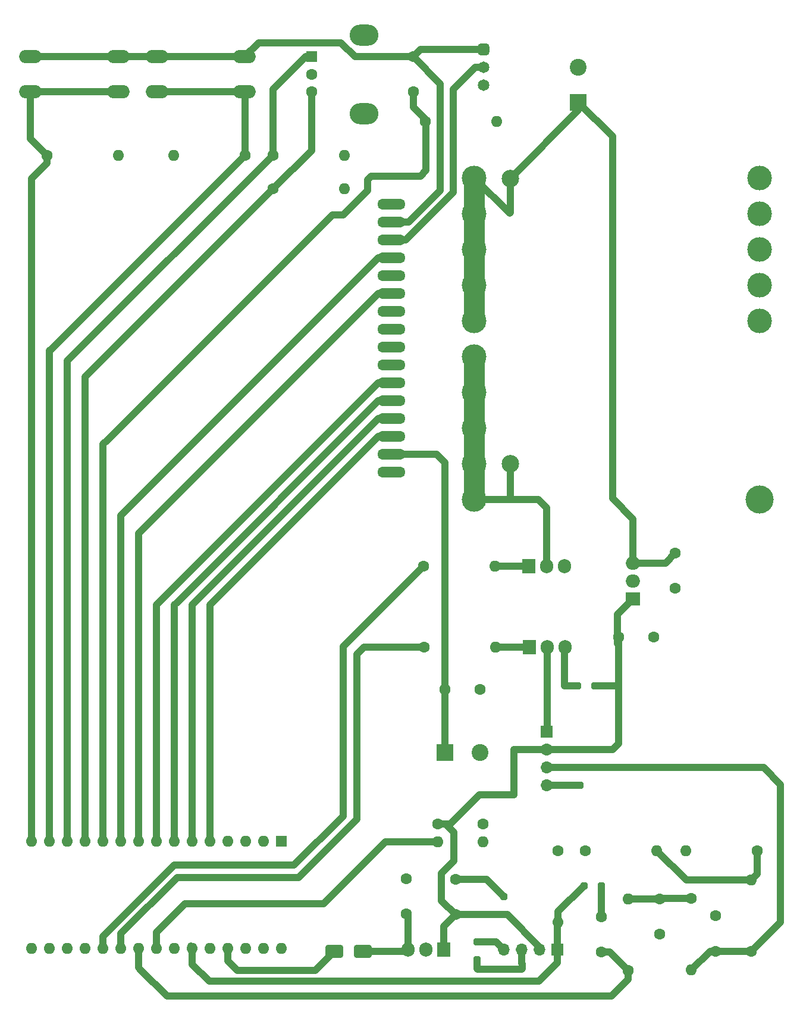
<source format=gbr>
%TF.GenerationSoftware,KiCad,Pcbnew,8.0.3*%
%TF.CreationDate,2025-04-27T13:18:49+02:00*%
%TF.ProjectId,Motherboard,4d6f7468-6572-4626-9f61-72642e6b6963,v1.0*%
%TF.SameCoordinates,Original*%
%TF.FileFunction,Copper,L1,Top*%
%TF.FilePolarity,Positive*%
%FSLAX46Y46*%
G04 Gerber Fmt 4.6, Leading zero omitted, Abs format (unit mm)*
G04 Created by KiCad (PCBNEW 8.0.3) date 2025-04-27 13:18:49*
%MOMM*%
%LPD*%
G01*
G04 APERTURE LIST*
G04 Aperture macros list*
%AMRoundRect*
0 Rectangle with rounded corners*
0 $1 Rounding radius*
0 $2 $3 $4 $5 $6 $7 $8 $9 X,Y pos of 4 corners*
0 Add a 4 corners polygon primitive as box body*
4,1,4,$2,$3,$4,$5,$6,$7,$8,$9,$2,$3,0*
0 Add four circle primitives for the rounded corners*
1,1,$1+$1,$2,$3*
1,1,$1+$1,$4,$5*
1,1,$1+$1,$6,$7*
1,1,$1+$1,$8,$9*
0 Add four rect primitives between the rounded corners*
20,1,$1+$1,$2,$3,$4,$5,0*
20,1,$1+$1,$4,$5,$6,$7,0*
20,1,$1+$1,$6,$7,$8,$9,0*
20,1,$1+$1,$8,$9,$2,$3,0*%
G04 Aperture macros list end*
%TA.AperFunction,ComponentPad*%
%ADD10C,1.600000*%
%TD*%
%TA.AperFunction,ComponentPad*%
%ADD11O,1.600000X1.600000*%
%TD*%
%TA.AperFunction,ComponentPad*%
%ADD12R,2.400000X2.400000*%
%TD*%
%TA.AperFunction,ComponentPad*%
%ADD13C,2.400000*%
%TD*%
%TA.AperFunction,WasherPad*%
%ADD14C,4.000000*%
%TD*%
%TA.AperFunction,ComponentPad*%
%ADD15C,3.500000*%
%TD*%
%TA.AperFunction,ComponentPad*%
%ADD16O,3.200000X1.900000*%
%TD*%
%TA.AperFunction,ComponentPad*%
%ADD17R,2.000000X1.905000*%
%TD*%
%TA.AperFunction,ComponentPad*%
%ADD18O,2.000000X1.905000*%
%TD*%
%TA.AperFunction,ComponentPad*%
%ADD19R,1.600000X1.600000*%
%TD*%
%TA.AperFunction,SMDPad,CuDef*%
%ADD20RoundRect,0.250000X0.250000X0.250000X-0.250000X0.250000X-0.250000X-0.250000X0.250000X-0.250000X0*%
%TD*%
%TA.AperFunction,ComponentPad*%
%ADD21R,1.700000X1.700000*%
%TD*%
%TA.AperFunction,ComponentPad*%
%ADD22O,1.700000X1.700000*%
%TD*%
%TA.AperFunction,ComponentPad*%
%ADD23RoundRect,0.412500X-0.412500X0.412500X-0.412500X-0.412500X0.412500X-0.412500X0.412500X0.412500X0*%
%TD*%
%TA.AperFunction,ComponentPad*%
%ADD24C,1.650000*%
%TD*%
%TA.AperFunction,SMDPad,CuDef*%
%ADD25RoundRect,0.250000X-0.250000X0.250000X-0.250000X-0.250000X0.250000X-0.250000X0.250000X0.250000X0*%
%TD*%
%TA.AperFunction,ComponentPad*%
%ADD26R,1.905000X2.000000*%
%TD*%
%TA.AperFunction,ComponentPad*%
%ADD27O,1.905000X2.000000*%
%TD*%
%TA.AperFunction,SMDPad,CuDef*%
%ADD28RoundRect,0.250000X0.250000X-0.250000X0.250000X0.250000X-0.250000X0.250000X-0.250000X-0.250000X0*%
%TD*%
%TA.AperFunction,SMDPad,CuDef*%
%ADD29RoundRect,0.250000X-1.000000X-0.650000X1.000000X-0.650000X1.000000X0.650000X-1.000000X0.650000X0*%
%TD*%
%TA.AperFunction,ComponentPad*%
%ADD30RoundRect,0.250000X-0.550000X-0.550000X0.550000X-0.550000X0.550000X0.550000X-0.550000X0.550000X0*%
%TD*%
%TA.AperFunction,ComponentPad*%
%ADD31O,4.100000X3.000000*%
%TD*%
%TA.AperFunction,SMDPad,CuDef*%
%ADD32RoundRect,0.250000X-0.250000X-0.250000X0.250000X-0.250000X0.250000X0.250000X-0.250000X0.250000X0*%
%TD*%
%TA.AperFunction,ComponentPad*%
%ADD33O,4.000500X1.501140*%
%TD*%
%TA.AperFunction,ViaPad*%
%ADD34C,2.500000*%
%TD*%
%TA.AperFunction,Conductor*%
%ADD35C,1.000000*%
%TD*%
%TA.AperFunction,Conductor*%
%ADD36C,3.000000*%
%TD*%
G04 APERTURE END LIST*
D10*
%TO.P,C4,1*%
%TO.N,/Arduino_5V*%
X115500000Y-145000000D03*
%TO.P,C4,2*%
%TO.N,GND*%
X120500000Y-145000000D03*
%TD*%
%TO.P,R13,1*%
%TO.N,/B1*%
X120900000Y-164160000D03*
D11*
%TO.P,R13,2*%
%TO.N,GND*%
X120900000Y-166700000D03*
%TD*%
D12*
%TO.P,C6,1*%
%TO.N,/Vcc*%
X134500000Y-61473959D03*
D13*
%TO.P,C6,2*%
%TO.N,GND*%
X134500000Y-56473959D03*
%TD*%
D10*
%TO.P,R6,1*%
%TO.N,/Arduino_D10*%
X91050000Y-69050000D03*
D11*
%TO.P,R6,2*%
%TO.N,/Arduino_5V*%
X101210000Y-69050001D03*
%TD*%
D10*
%TO.P,R7,1*%
%TO.N,/Arduino_D9*%
X91020000Y-73800000D03*
D11*
%TO.P,R7,2*%
%TO.N,/Arduino_5V*%
X101180000Y-73800000D03*
%TD*%
D14*
%TO.P,T1,*%
%TO.N,*%
X160320000Y-117980000D03*
D15*
%TO.P,T1,1,AA*%
%TO.N,/Vcc*%
X119680000Y-72260000D03*
X119680000Y-77340000D03*
X119680000Y-82420000D03*
X119680000Y-87500000D03*
X119680000Y-92580000D03*
%TO.P,T1,2,AB*%
%TO.N,Net-(Q1-C)*%
X119680000Y-97660000D03*
X119680000Y-102740000D03*
X119680000Y-107820000D03*
X119680000Y-112900000D03*
X119680000Y-117980000D03*
%TO.P,T1,3,SA*%
%TO.N,GND*%
X160320000Y-72260000D03*
X160320000Y-77340000D03*
X160320000Y-82420000D03*
X160320000Y-87500000D03*
X160320000Y-92580000D03*
%TD*%
D10*
%TO.P,R15,1*%
%TO.N,Net-(A1-A2)*%
X112520000Y-139000000D03*
D11*
%TO.P,R15,2*%
%TO.N,Net-(Q2-B)*%
X122680000Y-139000000D03*
%TD*%
D10*
%TO.P,C11,1*%
%TO.N,GND*%
X110000000Y-171900000D03*
%TO.P,C11,2*%
%TO.N,Net-(D1-A)*%
X110000000Y-176900000D03*
%TD*%
%TO.P,R10,1*%
%TO.N,Net-(R10-Pad1)*%
X159980000Y-167900000D03*
D11*
%TO.P,R10,2*%
%TO.N,GND*%
X149820000Y-167900000D03*
%TD*%
D10*
%TO.P,R1,1*%
%TO.N,/Sensor*%
X141600000Y-184980000D03*
D11*
%TO.P,R1,2*%
%TO.N,Net-(C2-Pad1)*%
X141600000Y-174820000D03*
%TD*%
D16*
%TO.P,SW2,1,1*%
%TO.N,/Arduino_5V*%
X74500000Y-55000000D03*
X87000000Y-55000000D03*
%TO.P,SW2,2,2*%
%TO.N,/Arduino_D11*%
X74500000Y-60000000D03*
X87000000Y-60000000D03*
%TD*%
D17*
%TO.P,U1,1,VI*%
%TO.N,/Bat*%
X142300000Y-132100000D03*
D18*
%TO.P,U1,2,GND*%
%TO.N,GND*%
X142300000Y-129560000D03*
%TO.P,U1,3,VO*%
%TO.N,/Vcc*%
X142300000Y-127020001D03*
%TD*%
D19*
%TO.P,A1,1,D1/TX*%
%TO.N,unconnected-(A1-D1{slash}TX-Pad1)*%
X92220000Y-166560000D03*
D11*
%TO.P,A1,2,D0/RX*%
%TO.N,unconnected-(A1-D0{slash}RX-Pad2)*%
X89680000Y-166560000D03*
%TO.P,A1,3,~{RESET}*%
%TO.N,unconnected-(A1-~{RESET}-Pad3)*%
X87140001Y-166560000D03*
%TO.P,A1,4,GND*%
%TO.N,GND*%
X84600000Y-166560000D03*
%TO.P,A1,5,D2*%
%TO.N,/Arduino_D2*%
X82060000Y-166560000D03*
%TO.P,A1,6,D3*%
%TO.N,/Arduino_D3*%
X79520000Y-166560000D03*
%TO.P,A1,7,D4*%
%TO.N,/Arduino_D4*%
X76980000Y-166560000D03*
%TO.P,A1,8,D5*%
%TO.N,/Arduino_D5*%
X74439999Y-166560000D03*
%TO.P,A1,9,D6*%
%TO.N,/Arduino_D6*%
X71900000Y-166560000D03*
%TO.P,A1,10,D7*%
%TO.N,/Arduino_D7*%
X69360000Y-166560000D03*
%TO.P,A1,11,D8*%
%TO.N,/Arduino_D8*%
X66820000Y-166560000D03*
%TO.P,A1,12,D9*%
%TO.N,/Arduino_D9*%
X64280001Y-166560000D03*
%TO.P,A1,13,D10*%
%TO.N,/Arduino_D10*%
X61740000Y-166560000D03*
%TO.P,A1,14,D11*%
%TO.N,/Arduino_D11*%
X59200000Y-166560000D03*
%TO.P,A1,15,D12*%
%TO.N,/Arduino_D12*%
X56660000Y-166560000D03*
%TO.P,A1,16,D13*%
%TO.N,unconnected-(A1-D13-Pad16)*%
X56660000Y-181800000D03*
%TO.P,A1,17,3V3*%
%TO.N,unconnected-(A1-3V3-Pad17)*%
X59200000Y-181800000D03*
%TO.P,A1,18,AREF*%
%TO.N,unconnected-(A1-AREF-Pad18)*%
X61740000Y-181800000D03*
%TO.P,A1,19,A0*%
%TO.N,unconnected-(A1-A0-Pad19)*%
X64280000Y-181800000D03*
%TO.P,A1,20,A1*%
%TO.N,/Transistor_control*%
X66820000Y-181800000D03*
%TO.P,A1,21,A2*%
%TO.N,Net-(A1-A2)*%
X69360000Y-181800000D03*
%TO.P,A1,22,A3*%
%TO.N,/Sensor*%
X71900000Y-181800000D03*
%TO.P,A1,23,A4*%
%TO.N,/B1*%
X74440000Y-181800000D03*
%TO.P,A1,24,A5*%
%TO.N,/B2*%
X76980000Y-181800000D03*
%TO.P,A1,25,A6*%
%TO.N,/Fire_button*%
X79520000Y-181800000D03*
%TO.P,A1,26,A7*%
%TO.N,unconnected-(A1-A7-Pad26)*%
X82060000Y-181800000D03*
%TO.P,A1,27,+5V*%
%TO.N,/Arduino_5V*%
X84600000Y-181800000D03*
%TO.P,A1,28,~{RESET}*%
%TO.N,unconnected-(A1-~{RESET}-Pad28)*%
X87140000Y-181800000D03*
%TO.P,A1,29,GND*%
%TO.N,GND*%
X89680000Y-181800000D03*
%TO.P,A1,30,VIN*%
%TO.N,unconnected-(A1-VIN-Pad30)*%
X92220000Y-181800000D03*
%TD*%
D10*
%TO.P,R9,1*%
%TO.N,/Arduino_5V*%
X135500000Y-167900000D03*
D11*
%TO.P,R9,2*%
%TO.N,Net-(R10-Pad1)*%
X145660000Y-167900000D03*
%TD*%
D16*
%TO.P,SW1,1,1*%
%TO.N,/Arduino_5V*%
X56500000Y-55000000D03*
X69000000Y-55000000D03*
%TO.P,SW1,2,2*%
%TO.N,/Arduino_D12*%
X56500000Y-60000000D03*
X69000000Y-60000000D03*
%TD*%
D10*
%TO.P,R14,1*%
%TO.N,/Arduino_5V*%
X131600000Y-167920000D03*
D11*
%TO.P,R14,2*%
%TO.N,/Fire_button*%
X131600000Y-178080000D03*
%TD*%
D10*
%TO.P,R2,1*%
%TO.N,/Arduino_D12*%
X58840000Y-69000000D03*
D11*
%TO.P,R2,2*%
%TO.N,GND*%
X69000000Y-69000000D03*
%TD*%
D20*
%TO.P,D6,1,A1*%
%TO.N,/Bat*%
X136849999Y-144500000D03*
%TO.P,D6,2,A2*%
%TO.N,GND*%
X134350001Y-144500000D03*
%TD*%
D10*
%TO.P,C2,1*%
%TO.N,Net-(C2-Pad1)*%
X146100000Y-174800000D03*
%TO.P,C2,2*%
%TO.N,GND*%
X146100000Y-179800000D03*
%TD*%
%TO.P,R8,1*%
%TO.N,/Arduino_D8*%
X112720000Y-64200000D03*
D11*
%TO.P,R8,2*%
%TO.N,GND*%
X122880000Y-64200000D03*
%TD*%
D21*
%TO.P,REF\u002A\u002A,1*%
%TO.N,/Relay_control*%
X130000000Y-151000000D03*
D22*
%TO.P,REF\u002A\u002A,2*%
%TO.N,/Bat*%
X130000000Y-153540000D03*
%TO.P,REF\u002A\u002A,3*%
%TO.N,/Feedback*%
X130000000Y-156079999D03*
%TO.P,REF\u002A\u002A,4*%
%TO.N,GND*%
X130000000Y-158620000D03*
%TD*%
D10*
%TO.P,C9,1*%
%TO.N,/Bat*%
X140200000Y-137500000D03*
%TO.P,C9,2*%
%TO.N,GND*%
X145200000Y-137500000D03*
%TD*%
%TO.P,R4,1*%
%TO.N,/Arduino_D11*%
X87080000Y-69000000D03*
D11*
%TO.P,R4,2*%
%TO.N,GND*%
X76920000Y-69000000D03*
%TD*%
D12*
%TO.P,C5,1*%
%TO.N,/Arduino_5V*%
X115500000Y-154000000D03*
D13*
%TO.P,C5,2*%
%TO.N,GND*%
X120500000Y-154000000D03*
%TD*%
D10*
%TO.P,R12,1*%
%TO.N,/Bat*%
X114500000Y-164160000D03*
D11*
%TO.P,R12,2*%
%TO.N,/B1*%
X114500000Y-166700000D03*
%TD*%
D10*
%TO.P,R5,1*%
%TO.N,/Transistor_control*%
X112420000Y-127500000D03*
D11*
%TO.P,R5,2*%
%TO.N,Net-(Q1-B)*%
X122580000Y-127500000D03*
%TD*%
D23*
%TO.P,RV1,1,1*%
%TO.N,/Arduino_5V*%
X121000000Y-54000000D03*
D24*
%TO.P,RV1,2,2*%
%TO.N,Net-(DS1-VO)*%
X121000000Y-56540000D03*
%TO.P,RV1,3,3*%
%TO.N,GND*%
X121000000Y-59080000D03*
%TD*%
D25*
%TO.P,D5,1,A1*%
%TO.N,/Feedback*%
X134700000Y-156100002D03*
%TO.P,D5,2,A2*%
%TO.N,GND*%
X134700000Y-158600000D03*
%TD*%
D26*
%TO.P,Q2,1,B*%
%TO.N,Net-(Q2-B)*%
X127520001Y-139000000D03*
D27*
%TO.P,Q2,2,C*%
%TO.N,/Relay_control*%
X130060001Y-139000000D03*
%TO.P,Q2,3,E*%
%TO.N,GND*%
X132600000Y-139000000D03*
%TD*%
D10*
%TO.P,R11,1*%
%TO.N,/Feedback*%
X159100000Y-182260000D03*
D11*
%TO.P,R11,2*%
%TO.N,Net-(R10-Pad1)*%
X159100000Y-172100000D03*
%TD*%
D26*
%TO.P,Q1,1,B*%
%TO.N,Net-(Q1-B)*%
X127460000Y-127500000D03*
D27*
%TO.P,Q1,2,C*%
%TO.N,Net-(Q1-C)*%
X130000000Y-127500000D03*
%TO.P,Q1,3,E*%
%TO.N,GND*%
X132540000Y-127500000D03*
%TD*%
D10*
%TO.P,R3,1*%
%TO.N,Net-(C2-Pad1)*%
X150600000Y-174720000D03*
D11*
%TO.P,R3,2*%
%TO.N,/Feedback*%
X150600000Y-184880000D03*
%TD*%
D28*
%TO.P,D2,1,A1*%
%TO.N,/B2*%
X120100000Y-183400000D03*
%TO.P,D2,2,A2*%
%TO.N,GND*%
X120100000Y-180900002D03*
%TD*%
D29*
%TO.P,D1,1,K*%
%TO.N,/Arduino_5V*%
X99800000Y-182200000D03*
%TO.P,D1,2,A*%
%TO.N,Net-(D1-A)*%
X103800000Y-182200000D03*
%TD*%
D26*
%TO.P,U2,1,VI*%
%TO.N,/Bat*%
X115300000Y-182000000D03*
D27*
%TO.P,U2,2,GND*%
%TO.N,GND*%
X112760000Y-182000000D03*
%TO.P,U2,3,VO*%
%TO.N,Net-(D1-A)*%
X110220001Y-182000000D03*
%TD*%
D21*
%TO.P,REF\u002A\u002A,1*%
%TO.N,/Fire_button*%
X131540000Y-182000000D03*
D22*
%TO.P,REF\u002A\u002A,2*%
%TO.N,/Bat*%
X129000000Y-182000000D03*
%TO.P,REF\u002A\u002A,3*%
%TO.N,/B2*%
X126460001Y-182000000D03*
%TO.P,REF\u002A\u002A,4*%
%TO.N,GND*%
X123920000Y-182000000D03*
%TD*%
D10*
%TO.P,C10,1*%
%TO.N,/Bat*%
X117000000Y-177000000D03*
%TO.P,C10,2*%
%TO.N,GND*%
X117000000Y-172000000D03*
%TD*%
D30*
%TO.P,SW3,A,A*%
%TO.N,/Arduino_D10*%
X96500000Y-55000000D03*
D10*
%TO.P,SW3,B,B*%
%TO.N,/Arduino_D9*%
X96500000Y-60000000D03*
%TO.P,SW3,C,C*%
%TO.N,GND*%
X96500000Y-57500000D03*
%TO.P,SW3,S1,S1*%
%TO.N,/Arduino_5V*%
X111000000Y-55000000D03*
%TO.P,SW3,S2,S2*%
%TO.N,/Arduino_D8*%
X111000000Y-60000000D03*
D31*
%TO.P,SW3,SH*%
%TO.N,N/C*%
X104000000Y-51900000D03*
X104000000Y-63100000D03*
%TD*%
D10*
%TO.P,C3,1*%
%TO.N,/Feedback*%
X154000000Y-182200000D03*
%TO.P,C3,2*%
%TO.N,GND*%
X154000000Y-177200000D03*
%TD*%
D32*
%TO.P,D4,1,A1*%
%TO.N,/Fire_button*%
X135300000Y-172900000D03*
%TO.P,D4,2,A2*%
%TO.N,GND*%
X137800000Y-172900000D03*
%TD*%
D28*
%TO.P,D3,1,A1*%
%TO.N,/Bat*%
X123900000Y-176949999D03*
%TO.P,D3,2,A2*%
%TO.N,GND*%
X123900000Y-174450001D03*
%TD*%
D10*
%TO.P,C1,1*%
%TO.N,/Sensor*%
X137800000Y-182300000D03*
%TO.P,C1,2*%
%TO.N,GND*%
X137800000Y-177300000D03*
%TD*%
%TO.P,C8,1*%
%TO.N,GND*%
X148300000Y-130600000D03*
%TO.P,C8,2*%
%TO.N,/Vcc*%
X148300000Y-125600000D03*
%TD*%
D33*
%TO.P,DS1,1,VSS*%
%TO.N,GND*%
X107900580Y-76000840D03*
%TO.P,DS1,2,VDD*%
%TO.N,/Arduino_5V*%
X107900580Y-78540840D03*
%TO.P,DS1,3,VO*%
%TO.N,Net-(DS1-VO)*%
X107900580Y-81080840D03*
%TO.P,DS1,4,RS*%
%TO.N,/Arduino_D7*%
X107900580Y-83620840D03*
%TO.P,DS1,5,R/W*%
%TO.N,GND*%
X107900580Y-86160840D03*
%TO.P,DS1,6,E*%
%TO.N,/Arduino_D6*%
X107900580Y-88700840D03*
%TO.P,DS1,7,D0*%
%TO.N,GND*%
X107900580Y-91240840D03*
%TO.P,DS1,8,D1*%
X107900580Y-93780840D03*
%TO.P,DS1,9,D2*%
X107900580Y-96320840D03*
%TO.P,DS1,10,D3*%
X107900580Y-98860840D03*
%TO.P,DS1,11,D4*%
%TO.N,/Arduino_D5*%
X107900580Y-101400840D03*
%TO.P,DS1,12,D5*%
%TO.N,/Arduino_D4*%
X107900580Y-103940840D03*
%TO.P,DS1,13,D6*%
%TO.N,/Arduino_D3*%
X107900580Y-106480840D03*
%TO.P,DS1,14,D7*%
%TO.N,/Arduino_D2*%
X107900580Y-109020840D03*
%TO.P,DS1,15,LED(+)*%
%TO.N,/Arduino_5V*%
X107900580Y-111560840D03*
%TO.P,DS1,16,LED(-)*%
%TO.N,GND*%
X107900580Y-114100840D03*
%TD*%
D34*
%TO.N,/Vcc*%
X124800000Y-72300000D03*
%TO.N,Net-(Q1-C)*%
X124800000Y-112900000D03*
%TD*%
D35*
%TO.N,/Arduino_D9*%
X64280001Y-166560000D02*
X64280001Y-100559997D01*
X64280001Y-100559997D02*
X64819999Y-100019999D01*
X96500000Y-68340000D02*
X96499998Y-68340000D01*
X96500000Y-60000000D02*
X96500000Y-68340000D01*
X64819999Y-100019999D02*
X91040000Y-73799998D01*
X96499998Y-68340000D02*
X91040000Y-73799998D01*
%TO.N,/Arduino_D8*%
X111000000Y-60000000D02*
X111000000Y-62160000D01*
X66860000Y-110140000D02*
X67500000Y-109500000D01*
X101000000Y-77500000D02*
X99500000Y-77500000D01*
X101000000Y-77495211D02*
X101000000Y-77500000D01*
X111000000Y-62160000D02*
X112840000Y-64000000D01*
X112840000Y-71160000D02*
X112000000Y-72000000D01*
X104494214Y-74000997D02*
X101000000Y-77495211D01*
X112840000Y-64000000D02*
X112840000Y-71160000D01*
X99500000Y-77500000D02*
X67500000Y-109500000D01*
X66860000Y-166500000D02*
X66860000Y-110140000D01*
X104494214Y-72494214D02*
X104494214Y-74000997D01*
X104988428Y-72000000D02*
X104494214Y-72494214D01*
X112000000Y-72000000D02*
X104988428Y-72000000D01*
%TO.N,/Transistor_control*%
X101000000Y-138920000D02*
X112420000Y-127500000D01*
X66860000Y-180140000D02*
X77000000Y-170000000D01*
X66860000Y-181740000D02*
X66860000Y-180140000D01*
X101000000Y-163000000D02*
X101000000Y-138920000D01*
X94000000Y-170000000D02*
X101000000Y-163000000D01*
X77000000Y-170000000D02*
X94000000Y-170000000D01*
%TO.N,/Arduino_D12*%
X58840000Y-69000000D02*
X58840000Y-70160000D01*
X56700000Y-72300000D02*
X58840000Y-70160000D01*
X56500000Y-66660000D02*
X58840000Y-69000000D01*
X56700000Y-166500000D02*
X56700000Y-72300000D01*
X69000000Y-60000000D02*
X56500000Y-60000000D01*
X56500000Y-60000000D02*
X56500000Y-66660000D01*
%TO.N,/Arduino_D6*%
X106001470Y-88700840D02*
X73351155Y-121351155D01*
X71940000Y-166500000D02*
X71940000Y-122762310D01*
X71940000Y-122762310D02*
X73351155Y-121351155D01*
X107500580Y-88700840D02*
X106001470Y-88700840D01*
%TO.N,/Arduino_D2*%
X106001470Y-109020840D02*
X107500580Y-109020840D01*
X82060000Y-166560000D02*
X82060000Y-132962310D01*
X82060000Y-132962310D02*
X106001470Y-109020840D01*
%TO.N,GND*%
X117000000Y-172000000D02*
X121449999Y-172000000D01*
X132500000Y-144500000D02*
X132500000Y-139100000D01*
X120100000Y-180900002D02*
X122820002Y-180900002D01*
X130000000Y-158620000D02*
X134680000Y-158620000D01*
X122820002Y-180900002D02*
X123920000Y-182000000D01*
X121449999Y-172000000D02*
X123900000Y-174450001D01*
X134680000Y-158620000D02*
X134700000Y-158600000D01*
X137800000Y-177300000D02*
X137800000Y-172900000D01*
X132500000Y-139100000D02*
X132600000Y-139000000D01*
X132500000Y-144500000D02*
X134350001Y-144500000D01*
%TO.N,/Arduino_D5*%
X106001470Y-101400840D02*
X74701155Y-132701155D01*
X107500580Y-101400840D02*
X106001470Y-101400840D01*
X74480000Y-166500000D02*
X74480000Y-132922310D01*
X74480000Y-132922310D02*
X74701155Y-132701155D01*
%TO.N,/Arduino_5V*%
X112000000Y-54000000D02*
X121000000Y-54000000D01*
X108999690Y-78540840D02*
X107500580Y-78540840D01*
X114840000Y-58840000D02*
X111000000Y-55000000D01*
X87000000Y-55000000D02*
X89000000Y-53000000D01*
X110337840Y-78540840D02*
X114840000Y-74038680D01*
X114840000Y-74038680D02*
X114840000Y-58840000D01*
X69000000Y-55000000D02*
X74500000Y-55000000D01*
X89000000Y-53000000D02*
X100731623Y-53000000D01*
X115500000Y-112700000D02*
X115500000Y-154000000D01*
X108999690Y-111560840D02*
X107500580Y-111560840D01*
X74500000Y-55000000D02*
X87000000Y-55000000D01*
X111000000Y-55000000D02*
X112000000Y-54000000D01*
X84640000Y-181740000D02*
X84640000Y-183565000D01*
X84640000Y-183565000D02*
X86000000Y-184925000D01*
X86000000Y-184925000D02*
X97075000Y-184925000D01*
X100731623Y-53000000D02*
X102731623Y-55000000D01*
X56500000Y-55000000D02*
X69000000Y-55000000D01*
X114360840Y-111560840D02*
X115500000Y-112700000D01*
X97075000Y-184925000D02*
X99800000Y-182200000D01*
X102731623Y-55000000D02*
X111000000Y-55000000D01*
X107900580Y-111560840D02*
X114360840Y-111560840D01*
X107900580Y-78540840D02*
X110337840Y-78540840D01*
%TO.N,/Arduino_D3*%
X79560000Y-132922310D02*
X80741155Y-131741155D01*
X79560000Y-166500000D02*
X79560000Y-132922310D01*
X107500580Y-106480840D02*
X106001470Y-106480840D01*
X106001470Y-106480840D02*
X80741155Y-131741155D01*
%TO.N,/Arduino_D7*%
X106001470Y-83620840D02*
X70311155Y-119311155D01*
X69400000Y-120222310D02*
X70311155Y-119311155D01*
X107500580Y-83620840D02*
X106001470Y-83620840D01*
X69400000Y-166500000D02*
X69400000Y-120222310D01*
%TO.N,/Arduino_D11*%
X59540000Y-96540000D02*
X87080000Y-69000000D01*
X87000000Y-60000000D02*
X74500000Y-60000000D01*
X59240000Y-166500000D02*
X59240000Y-96840000D01*
X87080000Y-60080000D02*
X87000000Y-60000000D01*
X87080000Y-69000000D02*
X87080000Y-60080000D01*
X59240000Y-96840000D02*
X59540000Y-96540000D01*
%TO.N,/Arduino_D4*%
X76980000Y-132993216D02*
X77386608Y-132586608D01*
X107500580Y-103940840D02*
X106032377Y-103940840D01*
X76980000Y-166560000D02*
X76980000Y-132993216D01*
X106032377Y-103940840D02*
X77386608Y-132586608D01*
%TO.N,/B1*%
X107000000Y-166700000D02*
X114500000Y-166700000D01*
X98250000Y-175450000D02*
X107000000Y-166700000D01*
X74480000Y-179520000D02*
X78550000Y-175450000D01*
X78550000Y-175450000D02*
X98250000Y-175450000D01*
X74480000Y-181740000D02*
X74480000Y-179520000D01*
%TO.N,/Arduino_D10*%
X62020000Y-98020000D02*
X91040000Y-69000000D01*
X61780000Y-98260000D02*
X62020000Y-98020000D01*
X91040000Y-59660000D02*
X91040000Y-69000000D01*
X61780000Y-166500000D02*
X61780000Y-98260000D01*
X95700000Y-55000000D02*
X91040000Y-59660000D01*
X96500000Y-55000000D02*
X95700000Y-55000000D01*
%TO.N,/Fire_button*%
X82000000Y-186500000D02*
X128890000Y-186500000D01*
X79560000Y-181740000D02*
X79560000Y-184060000D01*
X131540000Y-183850000D02*
X131540000Y-182000000D01*
X131540000Y-182000000D02*
X131540000Y-178140000D01*
X79560000Y-184060000D02*
X82000000Y-186500000D01*
X131600000Y-178080000D02*
X131600000Y-176600000D01*
X79360000Y-181740000D02*
X79360000Y-181451572D01*
X131600000Y-176600000D02*
X135300000Y-172900000D01*
X131540000Y-178140000D02*
X131600000Y-178080000D01*
X128890000Y-186500000D02*
X131540000Y-183850000D01*
%TO.N,/Vcc*%
X142300000Y-120760000D02*
X142300000Y-127020001D01*
X134500000Y-62600000D02*
X124800000Y-72300000D01*
X139350000Y-66323959D02*
X134500000Y-61473959D01*
X124800000Y-72300000D02*
X124800000Y-77200000D01*
X139350000Y-66323959D02*
X139350000Y-117810000D01*
X119680000Y-72260000D02*
X124710000Y-77290000D01*
X124800000Y-77200000D02*
X124710000Y-77290000D01*
X139350000Y-117810000D02*
X142300000Y-120760000D01*
D36*
X119680000Y-72260000D02*
X119680000Y-92580000D01*
D35*
X146879999Y-127020001D02*
X148300000Y-125600000D01*
X134500000Y-61473959D02*
X134500000Y-62600000D01*
X142300000Y-127020001D02*
X146879999Y-127020001D01*
%TO.N,/B2*%
X126500000Y-184000000D02*
X126460001Y-183960001D01*
X120100000Y-183400000D02*
X120100000Y-184700000D01*
X126460001Y-183960001D02*
X126460001Y-182000000D01*
X120100000Y-184700000D02*
X120200000Y-184800000D01*
X126500000Y-184700000D02*
X126500000Y-184000000D01*
X126400000Y-184800000D02*
X126500000Y-184700000D01*
X120200000Y-184800000D02*
X126400000Y-184800000D01*
%TO.N,Net-(DS1-VO)*%
X121000000Y-56540000D02*
X119833274Y-56540000D01*
X116730000Y-74270000D02*
X109919160Y-81080840D01*
X119833274Y-56540000D02*
X116730000Y-59643274D01*
X116730000Y-59643274D02*
X116730000Y-74270000D01*
X109919160Y-81080840D02*
X107500580Y-81080840D01*
%TO.N,Net-(Q1-C)*%
X130000000Y-119200000D02*
X130000000Y-127500000D01*
X128780000Y-117980000D02*
X130000000Y-119200000D01*
D36*
X119680000Y-117980000D02*
X119680000Y-97660000D01*
D35*
X124800000Y-112900000D02*
X124800000Y-117980000D01*
X119680000Y-117980000D02*
X124800000Y-117980000D01*
X124800000Y-117980000D02*
X128780000Y-117980000D01*
%TO.N,Net-(Q1-B)*%
X122580000Y-127500000D02*
X127460000Y-127500000D01*
%TO.N,/Sensor*%
X72167158Y-184832842D02*
X75934315Y-188600000D01*
X137800000Y-182300000D02*
X138920000Y-182300000D01*
X71900000Y-184565684D02*
X72167158Y-184832842D01*
X138920000Y-182300000D02*
X141600000Y-184980000D01*
X139200000Y-188600000D02*
X141600000Y-186200000D01*
X71900000Y-181800000D02*
X71900000Y-184565684D01*
X75934315Y-188600000D02*
X139200000Y-188600000D01*
X141600000Y-186200000D02*
X141600000Y-184980000D01*
%TO.N,/Feedback*%
X153280000Y-182200000D02*
X150600000Y-184880000D01*
X160879999Y-156079999D02*
X163300000Y-158500000D01*
X163300000Y-158500000D02*
X163300000Y-178060000D01*
X163300000Y-178060000D02*
X159100000Y-182260000D01*
X130000000Y-156079999D02*
X160879999Y-156079999D01*
X154060000Y-182260000D02*
X154000000Y-182200000D01*
X159100000Y-182260000D02*
X154060000Y-182260000D01*
X154000000Y-182200000D02*
X153280000Y-182200000D01*
%TO.N,/Relay_control*%
X130060001Y-150939999D02*
X130000000Y-151000000D01*
X130060001Y-139000000D02*
X130060001Y-150939999D01*
%TO.N,Net-(C2-Pad1)*%
X146180000Y-174720000D02*
X146100000Y-174800000D01*
X150600000Y-174720000D02*
X146180000Y-174720000D01*
X141620000Y-174800000D02*
X141600000Y-174820000D01*
X146100000Y-174800000D02*
X141620000Y-174800000D01*
%TO.N,Net-(D1-A)*%
X110015001Y-182200000D02*
X110260001Y-181955000D01*
X110260001Y-177160001D02*
X110000000Y-176900000D01*
X110260001Y-181955000D02*
X110260001Y-177160001D01*
X103800000Y-182200000D02*
X110015001Y-182200000D01*
X110000000Y-181694999D02*
X110260001Y-181955000D01*
%TO.N,Net-(Q2-B)*%
X122680000Y-139000000D02*
X127520001Y-139000000D01*
%TO.N,Net-(R10-Pad1)*%
X159980000Y-167900000D02*
X159980000Y-171220000D01*
X149860000Y-172100000D02*
X159100000Y-172100000D01*
X145660000Y-167900000D02*
X149860000Y-172100000D01*
X159980000Y-171220000D02*
X159100000Y-172100000D01*
%TO.N,Net-(A1-A2)*%
X94704164Y-171700000D02*
X103000000Y-163404164D01*
X103000000Y-163404164D02*
X103000000Y-140000000D01*
X103000000Y-140000000D02*
X104000000Y-139000000D01*
X104000000Y-139000000D02*
X112520000Y-139000000D01*
X77421320Y-171700000D02*
X94704164Y-171700000D01*
X69400000Y-181740000D02*
X69400000Y-179721320D01*
X69400000Y-179721320D02*
X77421320Y-171700000D01*
%TO.N,/Bat*%
X117000000Y-177000000D02*
X124359139Y-177000000D01*
X115340000Y-181955000D02*
X115340000Y-178660000D01*
X129000000Y-181640861D02*
X129000000Y-182000000D01*
X125300000Y-160000000D02*
X125300000Y-153600000D01*
X116800000Y-165328630D02*
X116800000Y-169371572D01*
X115000000Y-171171572D02*
X115000000Y-175000000D01*
X116800000Y-169371572D02*
X115000000Y-171171572D01*
X115000000Y-175000000D02*
X117000000Y-177000000D01*
X140200000Y-144500000D02*
X140200000Y-137500000D01*
X140200000Y-152700000D02*
X140200000Y-144500000D01*
X125300000Y-153600000D02*
X125360000Y-153540000D01*
X125360000Y-153540000D02*
X130000000Y-153540000D01*
X130000000Y-153540000D02*
X139360000Y-153540000D01*
X140100000Y-138500000D02*
X140100000Y-134300000D01*
X114500000Y-164160000D02*
X114740000Y-164160000D01*
X120400000Y-160000000D02*
X125300000Y-160000000D01*
X124359139Y-177000000D02*
X129000000Y-181640861D01*
X136849999Y-144500000D02*
X140200000Y-144500000D01*
X115631370Y-164160000D02*
X116800000Y-165328630D01*
X115340000Y-178660000D02*
X117000000Y-177000000D01*
X116240000Y-164160000D02*
X120400000Y-160000000D01*
X140100000Y-134300000D02*
X142300000Y-132100000D01*
X114500000Y-164160000D02*
X115631370Y-164160000D01*
X114500000Y-164160000D02*
X116240000Y-164160000D01*
X139360000Y-153540000D02*
X140200000Y-152700000D01*
%TD*%
M02*

</source>
